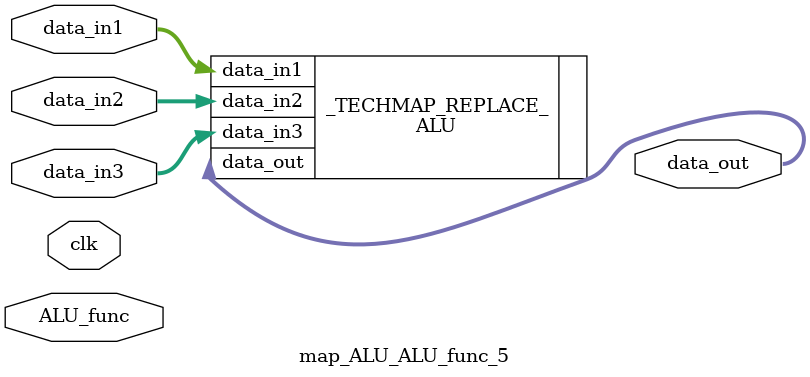
<source format=v>
(* techmap_celltype = "reg_unit_en_z_rst_0" *)
module map_reg_unit_en_z_rst_0 (
    input clk,
    input en,
    input [31:0] reg_in,
    input rst,
    output [31:0] reg_out
);

generate
    reg_unit #() _TECHMAP_REPLACE_ (
        .en(en),
        .reg_in(reg_in),
        .reg_out(reg_out),
        .rst(0)
    );

endgenerate

endmodule

(* techmap_celltype = "reg_unit_en_z_rst_z" *)
module map_reg_unit_en_z_rst_z (
    input clk,
    input en,
    input [31:0] reg_in,
    input rst,
    output [31:0] reg_out
);

generate
    reg_unit #() _TECHMAP_REPLACE_ (
        .en(en),
        .reg_in(reg_in),
        .reg_out(reg_out),
        .rst(rst)
    );

endgenerate

endmodule


(* techmap_celltype = "ALU_ALU_func_0" *)
module map_ALU_ALU_func_0 (
    input [2:0] ALU_func,
    input clk,
    input [31:0] data_in1,
    input [31:0] data_in2,
    input [31:0] data_in3,
    output [31:0] data_out
);

generate
    ALU #(
        .ALU_func(0)
    ) _TECHMAP_REPLACE_ (
        .data_in1(data_in1),
        .data_in2(data_in2),
        .data_in3(data_in3),
        .data_out(data_out)
    );

endgenerate

endmodule

(* techmap_celltype = "ALU_ALU_func_1" *)
module map_ALU_ALU_func_1 (
    input [2:0] ALU_func,
    input clk,
    input [31:0] data_in1,
    input [31:0] data_in2,
    input [31:0] data_in3,
    output [31:0] data_out
);

generate
    ALU #(
        .ALU_func(1)
    ) _TECHMAP_REPLACE_ (
        .data_in1(data_in1),
        .data_in2(data_in2),
        .data_in3(data_in3),
        .data_out(data_out)
    );

endgenerate

endmodule

(* techmap_celltype = "ALU_ALU_func_2" *)
module map_ALU_ALU_func_2 (
    input [2:0] ALU_func,
    input clk,
    input [31:0] data_in1,
    input [31:0] data_in2,
    input [31:0] data_in3,
    output [31:0] data_out
);

generate
    ALU #(
        .ALU_func(2)
    ) _TECHMAP_REPLACE_ (
        .data_in1(data_in1),
        .data_in2(data_in2),
        .data_in3(data_in3),
        .data_out(data_out)
    );

endgenerate

endmodule

(* techmap_celltype = "ALU_ALU_func_3" *)
module map_ALU_ALU_func_3 (
    input [2:0] ALU_func,
    input clk,
    input [31:0] data_in1,
    input [31:0] data_in2,
    input [31:0] data_in3,
    output [31:0] data_out
);

generate
    ALU #(
        .ALU_func(3)
    ) _TECHMAP_REPLACE_ (
        .data_in1(data_in1),
        .data_in2(data_in2),
        .data_in3(data_in3),
        .data_out(data_out)
    );

endgenerate

endmodule

(* techmap_celltype = "ALU_ALU_func_4" *)
module map_ALU_ALU_func_4 (
    input [2:0] ALU_func,
    input clk,
    input [31:0] data_in1,
    input [31:0] data_in2,
    input [31:0] data_in3,
    output [31:0] data_out
);

generate
    ALU #(
        .ALU_func(4)
    ) _TECHMAP_REPLACE_ (
        .data_in1(data_in1),
        .data_in2(data_in2),
        .data_in3(data_in3),
        .data_out(data_out)
    );

endgenerate

endmodule

(* techmap_celltype = "ALU_ALU_func_5" *)
module map_ALU_ALU_func_5 (
    input [2:0] ALU_func,
    input clk,
    input [31:0] data_in1,
    input [31:0] data_in2,
    input [31:0] data_in3,
    output [31:0] data_out
);

generate
    ALU #(
        .ALU_func(5)
    ) _TECHMAP_REPLACE_ (
        .data_in1(data_in1),
        .data_in2(data_in2),
        .data_in3(data_in3),
        .data_out(data_out)
    );

endgenerate

endmodule



</source>
